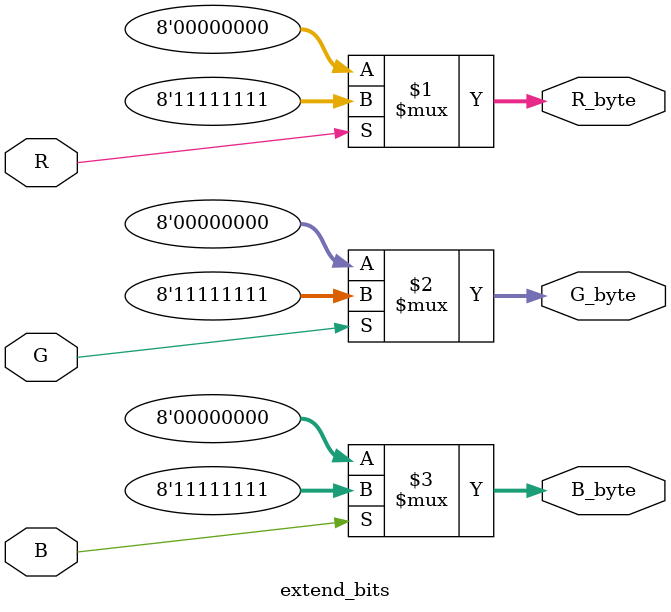
<source format=v>
module extend_bits(
	input R,
	input G,
	input B,
	output [7:0] R_byte,
	output [7:0] G_byte,
	output [7:0] B_byte);
	
	assign R_byte = R ? 8'hFF : 8'h00;
	assign G_byte = G ? 8'hFF : 8'h00;
	assign B_byte = B ? 8'hFF : 8'h00;
endmodule
	
</source>
